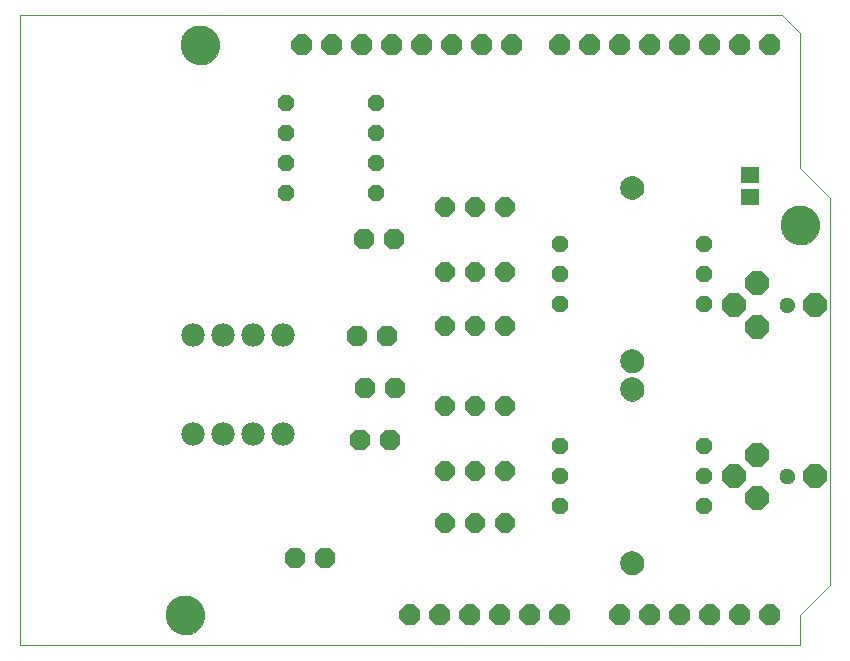
<source format=gbs>
G75*
%MOIN*%
%OFA0B0*%
%FSLAX24Y24*%
%IPPOS*%
%LPD*%
%AMOC8*
5,1,8,0,0,1.08239X$1,22.5*
%
%ADD10OC8,0.0670*%
%ADD11C,0.0780*%
%ADD12OC8,0.0640*%
%ADD13OC8,0.0552*%
%ADD14C,0.0000*%
%ADD15C,0.0788*%
%ADD16OC8,0.0700*%
%ADD17C,0.1300*%
%ADD18OC8,0.0560*%
%ADD19OC8,0.0800*%
%ADD20C,0.0512*%
%ADD21R,0.0631X0.0552*%
D10*
X011846Y003413D03*
X012846Y003413D03*
X014011Y007350D03*
X015011Y007350D03*
X015208Y009083D03*
X014208Y009083D03*
X013932Y010815D03*
X014932Y010815D03*
X015169Y014043D03*
X014169Y014043D03*
D11*
X011444Y010851D03*
X010444Y010851D03*
X009444Y010851D03*
X008444Y010851D03*
X008444Y007551D03*
X009444Y007551D03*
X010444Y007551D03*
X011444Y007551D03*
D12*
X016857Y008469D03*
X017857Y008469D03*
X018857Y008469D03*
X018857Y006311D03*
X017857Y006311D03*
X016857Y006311D03*
X016857Y004571D03*
X017857Y004571D03*
X018857Y004571D03*
X018857Y011146D03*
X017857Y011146D03*
X016857Y011146D03*
X016857Y012925D03*
X017857Y012925D03*
X018857Y012925D03*
X018857Y015122D03*
X017857Y015122D03*
X016857Y015122D03*
D13*
X020694Y013862D03*
X020705Y012862D03*
X020694Y011862D03*
X025494Y011862D03*
X025494Y012862D03*
X025494Y013862D03*
X025494Y007130D03*
X025494Y006130D03*
X025494Y005130D03*
X020694Y005130D03*
X020705Y006130D03*
X020694Y007130D03*
D14*
X002700Y000500D02*
X002700Y021500D01*
X028100Y021500D01*
X028700Y020900D01*
X028700Y016400D01*
X029700Y015400D01*
X029700Y002500D01*
X028700Y001500D01*
X028700Y000500D01*
X002700Y000500D01*
X007570Y001500D02*
X007572Y001550D01*
X007578Y001600D01*
X007588Y001649D01*
X007602Y001697D01*
X007619Y001744D01*
X007640Y001789D01*
X007665Y001833D01*
X007693Y001874D01*
X007725Y001913D01*
X007759Y001950D01*
X007796Y001984D01*
X007836Y002014D01*
X007878Y002041D01*
X007922Y002065D01*
X007968Y002086D01*
X008015Y002102D01*
X008063Y002115D01*
X008113Y002124D01*
X008162Y002129D01*
X008213Y002130D01*
X008263Y002127D01*
X008312Y002120D01*
X008361Y002109D01*
X008409Y002094D01*
X008455Y002076D01*
X008500Y002054D01*
X008543Y002028D01*
X008584Y001999D01*
X008623Y001967D01*
X008659Y001932D01*
X008691Y001894D01*
X008721Y001854D01*
X008748Y001811D01*
X008771Y001767D01*
X008790Y001721D01*
X008806Y001673D01*
X008818Y001624D01*
X008826Y001575D01*
X008830Y001525D01*
X008830Y001475D01*
X008826Y001425D01*
X008818Y001376D01*
X008806Y001327D01*
X008790Y001279D01*
X008771Y001233D01*
X008748Y001189D01*
X008721Y001146D01*
X008691Y001106D01*
X008659Y001068D01*
X008623Y001033D01*
X008584Y001001D01*
X008543Y000972D01*
X008500Y000946D01*
X008455Y000924D01*
X008409Y000906D01*
X008361Y000891D01*
X008312Y000880D01*
X008263Y000873D01*
X008213Y000870D01*
X008162Y000871D01*
X008113Y000876D01*
X008063Y000885D01*
X008015Y000898D01*
X007968Y000914D01*
X007922Y000935D01*
X007878Y000959D01*
X007836Y000986D01*
X007796Y001016D01*
X007759Y001050D01*
X007725Y001087D01*
X007693Y001126D01*
X007665Y001167D01*
X007640Y001211D01*
X007619Y001256D01*
X007602Y001303D01*
X007588Y001351D01*
X007578Y001400D01*
X007572Y001450D01*
X007570Y001500D01*
X022720Y003235D02*
X022722Y003273D01*
X022728Y003312D01*
X022738Y003349D01*
X022751Y003385D01*
X022769Y003419D01*
X022789Y003452D01*
X022813Y003482D01*
X022840Y003509D01*
X022870Y003534D01*
X022901Y003556D01*
X022935Y003574D01*
X022971Y003588D01*
X023008Y003599D01*
X023046Y003606D01*
X023084Y003609D01*
X023123Y003608D01*
X023161Y003603D01*
X023199Y003594D01*
X023235Y003581D01*
X023270Y003565D01*
X023303Y003545D01*
X023334Y003522D01*
X023362Y003496D01*
X023387Y003467D01*
X023410Y003436D01*
X023429Y003402D01*
X023444Y003367D01*
X023456Y003330D01*
X023464Y003293D01*
X023468Y003254D01*
X023468Y003216D01*
X023464Y003177D01*
X023456Y003140D01*
X023444Y003103D01*
X023429Y003068D01*
X023410Y003034D01*
X023387Y003003D01*
X023362Y002974D01*
X023334Y002948D01*
X023303Y002925D01*
X023270Y002905D01*
X023235Y002889D01*
X023199Y002876D01*
X023161Y002867D01*
X023123Y002862D01*
X023084Y002861D01*
X023046Y002864D01*
X023008Y002871D01*
X022971Y002882D01*
X022935Y002896D01*
X022901Y002914D01*
X022870Y002936D01*
X022840Y002961D01*
X022813Y002988D01*
X022789Y003018D01*
X022769Y003051D01*
X022751Y003085D01*
X022738Y003121D01*
X022728Y003158D01*
X022722Y003197D01*
X022720Y003235D01*
X028015Y006130D02*
X028017Y006160D01*
X028023Y006190D01*
X028032Y006219D01*
X028045Y006246D01*
X028062Y006271D01*
X028081Y006294D01*
X028104Y006315D01*
X028129Y006332D01*
X028155Y006346D01*
X028184Y006356D01*
X028213Y006363D01*
X028243Y006366D01*
X028274Y006365D01*
X028304Y006360D01*
X028333Y006351D01*
X028360Y006339D01*
X028386Y006324D01*
X028410Y006305D01*
X028431Y006283D01*
X028449Y006259D01*
X028464Y006232D01*
X028475Y006204D01*
X028483Y006175D01*
X028487Y006145D01*
X028487Y006115D01*
X028483Y006085D01*
X028475Y006056D01*
X028464Y006028D01*
X028449Y006001D01*
X028431Y005977D01*
X028410Y005955D01*
X028386Y005936D01*
X028360Y005921D01*
X028333Y005909D01*
X028304Y005900D01*
X028274Y005895D01*
X028243Y005894D01*
X028213Y005897D01*
X028184Y005904D01*
X028155Y005914D01*
X028129Y005928D01*
X028104Y005945D01*
X028081Y005966D01*
X028062Y005989D01*
X028045Y006014D01*
X028032Y006041D01*
X028023Y006070D01*
X028017Y006100D01*
X028015Y006130D01*
X022720Y009025D02*
X022722Y009063D01*
X022728Y009102D01*
X022738Y009139D01*
X022751Y009175D01*
X022769Y009209D01*
X022789Y009242D01*
X022813Y009272D01*
X022840Y009299D01*
X022870Y009324D01*
X022901Y009346D01*
X022935Y009364D01*
X022971Y009378D01*
X023008Y009389D01*
X023046Y009396D01*
X023084Y009399D01*
X023123Y009398D01*
X023161Y009393D01*
X023199Y009384D01*
X023235Y009371D01*
X023270Y009355D01*
X023303Y009335D01*
X023334Y009312D01*
X023362Y009286D01*
X023387Y009257D01*
X023410Y009226D01*
X023429Y009192D01*
X023444Y009157D01*
X023456Y009120D01*
X023464Y009083D01*
X023468Y009044D01*
X023468Y009006D01*
X023464Y008967D01*
X023456Y008930D01*
X023444Y008893D01*
X023429Y008858D01*
X023410Y008824D01*
X023387Y008793D01*
X023362Y008764D01*
X023334Y008738D01*
X023303Y008715D01*
X023270Y008695D01*
X023235Y008679D01*
X023199Y008666D01*
X023161Y008657D01*
X023123Y008652D01*
X023084Y008651D01*
X023046Y008654D01*
X023008Y008661D01*
X022971Y008672D01*
X022935Y008686D01*
X022901Y008704D01*
X022870Y008726D01*
X022840Y008751D01*
X022813Y008778D01*
X022789Y008808D01*
X022769Y008841D01*
X022751Y008875D01*
X022738Y008911D01*
X022728Y008948D01*
X022722Y008987D01*
X022720Y009025D01*
X022720Y009967D02*
X022722Y010005D01*
X022728Y010044D01*
X022738Y010081D01*
X022751Y010117D01*
X022769Y010151D01*
X022789Y010184D01*
X022813Y010214D01*
X022840Y010241D01*
X022870Y010266D01*
X022901Y010288D01*
X022935Y010306D01*
X022971Y010320D01*
X023008Y010331D01*
X023046Y010338D01*
X023084Y010341D01*
X023123Y010340D01*
X023161Y010335D01*
X023199Y010326D01*
X023235Y010313D01*
X023270Y010297D01*
X023303Y010277D01*
X023334Y010254D01*
X023362Y010228D01*
X023387Y010199D01*
X023410Y010168D01*
X023429Y010134D01*
X023444Y010099D01*
X023456Y010062D01*
X023464Y010025D01*
X023468Y009986D01*
X023468Y009948D01*
X023464Y009909D01*
X023456Y009872D01*
X023444Y009835D01*
X023429Y009800D01*
X023410Y009766D01*
X023387Y009735D01*
X023362Y009706D01*
X023334Y009680D01*
X023303Y009657D01*
X023270Y009637D01*
X023235Y009621D01*
X023199Y009608D01*
X023161Y009599D01*
X023123Y009594D01*
X023084Y009593D01*
X023046Y009596D01*
X023008Y009603D01*
X022971Y009614D01*
X022935Y009628D01*
X022901Y009646D01*
X022870Y009668D01*
X022840Y009693D01*
X022813Y009720D01*
X022789Y009750D01*
X022769Y009783D01*
X022751Y009817D01*
X022738Y009853D01*
X022728Y009890D01*
X022722Y009929D01*
X022720Y009967D01*
X028015Y011839D02*
X028017Y011869D01*
X028023Y011899D01*
X028032Y011928D01*
X028045Y011955D01*
X028062Y011980D01*
X028081Y012003D01*
X028104Y012024D01*
X028129Y012041D01*
X028155Y012055D01*
X028184Y012065D01*
X028213Y012072D01*
X028243Y012075D01*
X028274Y012074D01*
X028304Y012069D01*
X028333Y012060D01*
X028360Y012048D01*
X028386Y012033D01*
X028410Y012014D01*
X028431Y011992D01*
X028449Y011968D01*
X028464Y011941D01*
X028475Y011913D01*
X028483Y011884D01*
X028487Y011854D01*
X028487Y011824D01*
X028483Y011794D01*
X028475Y011765D01*
X028464Y011737D01*
X028449Y011710D01*
X028431Y011686D01*
X028410Y011664D01*
X028386Y011645D01*
X028360Y011630D01*
X028333Y011618D01*
X028304Y011609D01*
X028274Y011604D01*
X028243Y011603D01*
X028213Y011606D01*
X028184Y011613D01*
X028155Y011623D01*
X028129Y011637D01*
X028104Y011654D01*
X028081Y011675D01*
X028062Y011698D01*
X028045Y011723D01*
X028032Y011750D01*
X028023Y011779D01*
X028017Y011809D01*
X028015Y011839D01*
X028070Y014500D02*
X028072Y014550D01*
X028078Y014600D01*
X028088Y014649D01*
X028102Y014697D01*
X028119Y014744D01*
X028140Y014789D01*
X028165Y014833D01*
X028193Y014874D01*
X028225Y014913D01*
X028259Y014950D01*
X028296Y014984D01*
X028336Y015014D01*
X028378Y015041D01*
X028422Y015065D01*
X028468Y015086D01*
X028515Y015102D01*
X028563Y015115D01*
X028613Y015124D01*
X028662Y015129D01*
X028713Y015130D01*
X028763Y015127D01*
X028812Y015120D01*
X028861Y015109D01*
X028909Y015094D01*
X028955Y015076D01*
X029000Y015054D01*
X029043Y015028D01*
X029084Y014999D01*
X029123Y014967D01*
X029159Y014932D01*
X029191Y014894D01*
X029221Y014854D01*
X029248Y014811D01*
X029271Y014767D01*
X029290Y014721D01*
X029306Y014673D01*
X029318Y014624D01*
X029326Y014575D01*
X029330Y014525D01*
X029330Y014475D01*
X029326Y014425D01*
X029318Y014376D01*
X029306Y014327D01*
X029290Y014279D01*
X029271Y014233D01*
X029248Y014189D01*
X029221Y014146D01*
X029191Y014106D01*
X029159Y014068D01*
X029123Y014033D01*
X029084Y014001D01*
X029043Y013972D01*
X029000Y013946D01*
X028955Y013924D01*
X028909Y013906D01*
X028861Y013891D01*
X028812Y013880D01*
X028763Y013873D01*
X028713Y013870D01*
X028662Y013871D01*
X028613Y013876D01*
X028563Y013885D01*
X028515Y013898D01*
X028468Y013914D01*
X028422Y013935D01*
X028378Y013959D01*
X028336Y013986D01*
X028296Y014016D01*
X028259Y014050D01*
X028225Y014087D01*
X028193Y014126D01*
X028165Y014167D01*
X028140Y014211D01*
X028119Y014256D01*
X028102Y014303D01*
X028088Y014351D01*
X028078Y014400D01*
X028072Y014450D01*
X028070Y014500D01*
X022720Y015757D02*
X022722Y015795D01*
X022728Y015834D01*
X022738Y015871D01*
X022751Y015907D01*
X022769Y015941D01*
X022789Y015974D01*
X022813Y016004D01*
X022840Y016031D01*
X022870Y016056D01*
X022901Y016078D01*
X022935Y016096D01*
X022971Y016110D01*
X023008Y016121D01*
X023046Y016128D01*
X023084Y016131D01*
X023123Y016130D01*
X023161Y016125D01*
X023199Y016116D01*
X023235Y016103D01*
X023270Y016087D01*
X023303Y016067D01*
X023334Y016044D01*
X023362Y016018D01*
X023387Y015989D01*
X023410Y015958D01*
X023429Y015924D01*
X023444Y015889D01*
X023456Y015852D01*
X023464Y015815D01*
X023468Y015776D01*
X023468Y015738D01*
X023464Y015699D01*
X023456Y015662D01*
X023444Y015625D01*
X023429Y015590D01*
X023410Y015556D01*
X023387Y015525D01*
X023362Y015496D01*
X023334Y015470D01*
X023303Y015447D01*
X023270Y015427D01*
X023235Y015411D01*
X023199Y015398D01*
X023161Y015389D01*
X023123Y015384D01*
X023084Y015383D01*
X023046Y015386D01*
X023008Y015393D01*
X022971Y015404D01*
X022935Y015418D01*
X022901Y015436D01*
X022870Y015458D01*
X022840Y015483D01*
X022813Y015510D01*
X022789Y015540D01*
X022769Y015573D01*
X022751Y015607D01*
X022738Y015643D01*
X022728Y015680D01*
X022722Y015719D01*
X022720Y015757D01*
X008070Y020500D02*
X008072Y020550D01*
X008078Y020600D01*
X008088Y020649D01*
X008102Y020697D01*
X008119Y020744D01*
X008140Y020789D01*
X008165Y020833D01*
X008193Y020874D01*
X008225Y020913D01*
X008259Y020950D01*
X008296Y020984D01*
X008336Y021014D01*
X008378Y021041D01*
X008422Y021065D01*
X008468Y021086D01*
X008515Y021102D01*
X008563Y021115D01*
X008613Y021124D01*
X008662Y021129D01*
X008713Y021130D01*
X008763Y021127D01*
X008812Y021120D01*
X008861Y021109D01*
X008909Y021094D01*
X008955Y021076D01*
X009000Y021054D01*
X009043Y021028D01*
X009084Y020999D01*
X009123Y020967D01*
X009159Y020932D01*
X009191Y020894D01*
X009221Y020854D01*
X009248Y020811D01*
X009271Y020767D01*
X009290Y020721D01*
X009306Y020673D01*
X009318Y020624D01*
X009326Y020575D01*
X009330Y020525D01*
X009330Y020475D01*
X009326Y020425D01*
X009318Y020376D01*
X009306Y020327D01*
X009290Y020279D01*
X009271Y020233D01*
X009248Y020189D01*
X009221Y020146D01*
X009191Y020106D01*
X009159Y020068D01*
X009123Y020033D01*
X009084Y020001D01*
X009043Y019972D01*
X009000Y019946D01*
X008955Y019924D01*
X008909Y019906D01*
X008861Y019891D01*
X008812Y019880D01*
X008763Y019873D01*
X008713Y019870D01*
X008662Y019871D01*
X008613Y019876D01*
X008563Y019885D01*
X008515Y019898D01*
X008468Y019914D01*
X008422Y019935D01*
X008378Y019959D01*
X008336Y019986D01*
X008296Y020016D01*
X008259Y020050D01*
X008225Y020087D01*
X008193Y020126D01*
X008165Y020167D01*
X008140Y020211D01*
X008119Y020256D01*
X008102Y020303D01*
X008088Y020351D01*
X008078Y020400D01*
X008072Y020450D01*
X008070Y020500D01*
D15*
X023094Y015757D03*
X023094Y009967D03*
X023094Y009025D03*
X023094Y003235D03*
D16*
X022700Y001500D03*
X023700Y001500D03*
X024700Y001500D03*
X025700Y001500D03*
X026700Y001500D03*
X027700Y001500D03*
X020700Y001500D03*
X019700Y001500D03*
X018700Y001500D03*
X017700Y001500D03*
X016700Y001500D03*
X015700Y001500D03*
X016100Y020500D03*
X017100Y020500D03*
X018100Y020500D03*
X019100Y020500D03*
X020700Y020500D03*
X021700Y020500D03*
X022700Y020500D03*
X023700Y020500D03*
X024700Y020500D03*
X025700Y020500D03*
X026700Y020500D03*
X027700Y020500D03*
X015100Y020500D03*
X014100Y020500D03*
X013100Y020500D03*
X012100Y020500D03*
D17*
X008700Y020500D03*
X028700Y014500D03*
X008200Y001500D03*
D18*
X011554Y015575D03*
X011554Y016575D03*
X011554Y017575D03*
X011554Y018575D03*
X014554Y018575D03*
X014554Y017575D03*
X014554Y016575D03*
X014554Y015575D03*
D19*
X026480Y011839D03*
X027267Y012567D03*
X029196Y011839D03*
X027267Y011110D03*
X027267Y006858D03*
X026480Y006130D03*
X027267Y005402D03*
X029196Y006130D03*
D20*
X028251Y006130D03*
X028251Y011839D03*
D21*
X027031Y015441D03*
X027031Y016189D03*
M02*

</source>
